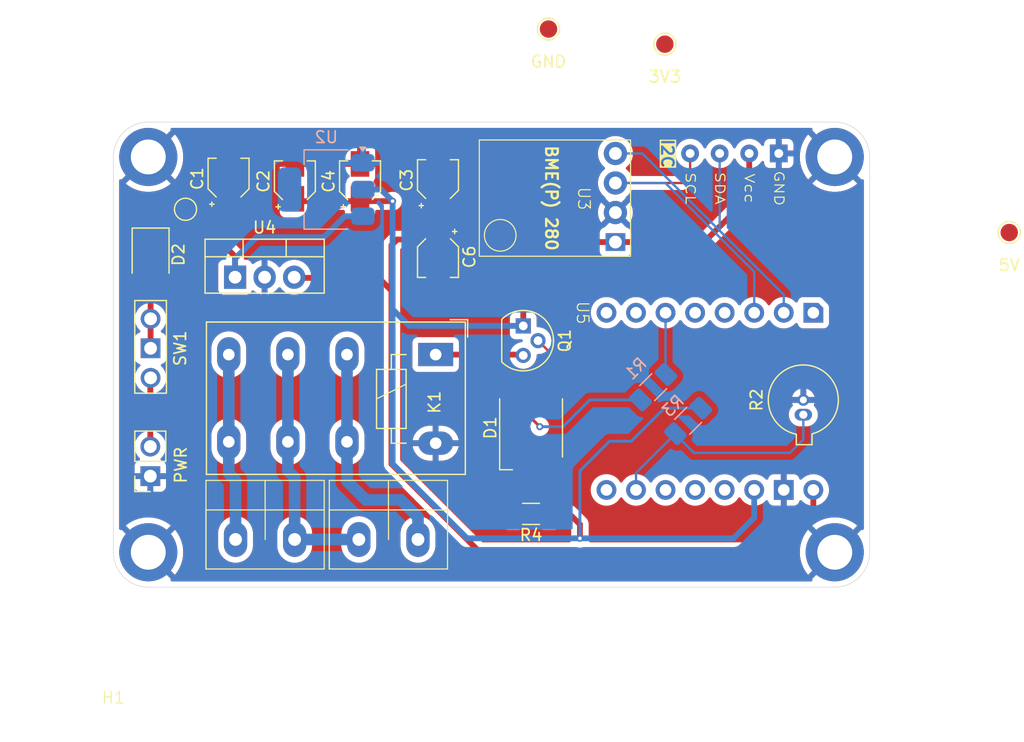
<source format=kicad_pcb>
(kicad_pcb (version 20240108) (generator "pcbnew") (generator_version "8.0")
  (layers (0 "F.Cu" signal) (31 "B.Cu" signal) (34 "B.Paste" user) (35 "F.Paste" user) (36 "B.SilkS" user "B.Silkscreen") (37 "F.SilkS" user "F.Silkscreen") (38 "B.Mask" user) (39 "F.Mask" user) (44 "Edge.Cuts" user))
  (net 0 "")
  (net 1 "GND")
  (net 2 "/SDA")
  (net 3 "/SCL")
  (net 4 "Net-(Q1-E)")
  (net 5 "/GPIO10")
  (net 6 "/ADC1")
  (net 7 "+3V3")
  (net 8 "/Power Supply/VIN")
  (net 9 "+5V")
  (net 10 "/Power Supply/VDC")
  (net 11 "/NC")
  (net 12 "/COM")
  (net 13 "/NO")
  (net 14 "Net-(J1-Pin_2)")
  (net 15 "Net-(D1-AG)")
  (net 16 "Net-(D1-AB)")
  (footprint "Capacitor_SMD:CP_Elec_3x5.3" (layer "F.Cu") (at 131.8 64.4 90)
    (property "Reference" "C4" (at 0 -2.7 90) (layer "F.SilkS"))
    (property "Value" "10uF")
    (fp_line (start 1.76 -1.76) (end 1.76 -1.06) (stroke (width 0.12)) (layer "F.SilkS"))
    (fp_line (start -0.870563 -1.76) (end 1.76 -1.76) (stroke (width 0.12)) (layer "F.SilkS"))
    (fp_line (start -2.1875 -1.6225) (end -2.1875 -1.2475) (stroke (width 0.12)) (layer "F.SilkS"))
    (fp_line (start -2.375 -1.435) (end -2 -1.435) (stroke (width 0.12)) (layer "F.SilkS"))
    (fp_line (start -1.570563 -1.06) (end -0.870563 -1.76) (stroke (width 0.12)) (layer "F.SilkS"))
    (fp_line (start -1.570563 1.06) (end -0.870563 1.76) (stroke (width 0.12)) (layer "F.SilkS"))
    (fp_line (start 1.76 1.76) (end 1.76 1.06) (stroke (width 0.12)) (layer "F.SilkS"))
    (fp_line (start -0.870563 1.76) (end 1.76 1.76) (stroke (width 0.12)) (layer "F.SilkS"))
    (pad "1" smd rect (at -1.5 0 90) (size 2.2 1.6) (layers "F.Cu" "F.Paste" "F.Mask") (net 7 "+3V3"))
    (pad "2" smd rect (at 1.5 0 90) (size 2.2 1.6) (layers "F.Cu" "F.Paste" "F.Mask") (net 1 "GND"))
  )
  (footprint "Package_TO_SOT_THT:TO-92" (layer "F.Cu") (at 145.83 76.83 -90)
    (property "Reference" "Q1" (at 1.27 -3.56 90) (layer "F.SilkS"))
    (property "Value" "NPN")
    (fp_line (start -0.53 1.85) (end 3.07 1.85) (stroke (width 0.12)) (layer "F.SilkS"))
    (fp_arc (start -0.568478 1.838478) (mid -1.132087 -0.994977) (end 1.27 -2.6) (stroke (width 0.12)) (layer "F.SilkS"))
    (fp_arc (start 1.27 -2.6) (mid 3.672087 -0.994977) (end 3.108478 1.838478) (stroke (width 0.12)) (layer "F.SilkS"))
    (pad "1" thru_hole rect (at 0 0 270) (size 1.3 1.3) (drill 0.75) (layers "*.Cu" "*.Mask") (net 7 "+3V3"))
    (pad "2" thru_hole circle (at 1.27 -1.27 270) (size 1.3 1.3) (drill 0.75) (layers "*.Cu" "*.Mask") (net 15 "Net-(D1-AG)"))
    (pad "3" thru_hole circle (at 2.54 0 270) (size 1.3 1.3) (drill 0.75) (layers "*.Cu" "*.Mask") (net 4 "Net-(Q1-E)"))
  )
  (footprint "TestPoint:TestPoint_Pad_D1.5mm" (layer "F.Cu") (at 158 52.6)
    (property "Reference" "3V3" (at 0 2.8 0) (layer "F.SilkS"))
    (property "Value" "3V3")
    (fp_circle (center 0 0) (end 0 0.95) (stroke (width 0.12)) (fill none) (layer "F.SilkS"))
    (pad "1" smd circle (at 0 0) (size 1.5 1.5) (layers "F.Cu" "F.Mask") (net 7 "+3V3"))
  )
  (footprint "Alexander Footprint Library:Conn_Terminal_5mm" (layer "F.Cu") (at 113.48 95.2 90)
    (property "Reference" "J3" (hide yes))
    (property "Value" "Conn_01x02_Socket")
    (fp_line (start 2.54 5.08) (end -2.54 5.08) (stroke (width 0.1)) (layer "F.SilkS"))
    (fp_line (start -2.54 5.08) (end 5.08 5.08) (stroke (width 0.1)) (layer "F.SilkS"))
    (fp_line (start -2.54 5.08) (end -2.54 15.24) (stroke (width 0.1)) (layer "F.SilkS"))
    (fp_line (start 0 10.17) (end 5.08 10.16) (stroke (width 0.1)) (layer "F.SilkS"))
    (fp_line (start 5.08 15.24) (end 5.08 5.08) (stroke (width 0.1)) (layer "F.SilkS"))
    (fp_line (start 2.54 15.24) (end 2.54 5.08) (stroke (width 0.1)) (layer "F.SilkS"))
    (fp_line (start -2.54 15.24) (end 5.08 15.24) (stroke (width 0.1)) (layer "F.SilkS"))
    (pad "1" thru_hole oval (at 0 7.62 180) (size 2 3) (drill 1.1) (layers "*.Cu" "*.Mask") (net 11 "/NC"))
    (pad "2" thru_hole oval (at 0 12.7 180) (size 2 3) (drill 1.1) (layers "*.Cu" "*.Mask") (net 12 "/COM"))
  )
  (footprint "Alexander Footprint Library:Conn_I2C" (layer "F.Cu") (at 175.41 62 -90)
    (property "Reference" "J4" (hide yes))
    (property "Value" "I2C")
    (fp_text user "I2C" (at 0 17.78 -90) (layer "F.SilkS" knockout) (effects (font (thickness 0.2) (bold yes)) (justify bottom)))
    (fp_text user "GND" (at 3 7.6 -90) (layer "F.SilkS") (effects (font (size 0.8 1) (thickness 0.1))))
    (fp_text user "SDA" (at 3 12.68 -90) (layer "F.SilkS") (effects (font (size 0.8 1) (thickness 0.1))))
    (fp_text user "SCL" (at 3 15.22 -90) (layer "F.SilkS") (effects (font (size 0.8 1) (thickness 0.1))))
    (fp_text user "Vcc" (at 3 10.14 -90) (layer "F.SilkS") (effects (font (size 0.8 1) (thickness 0.1))))
    (pad "GND" thru_hole rect (at 0 7.62 270) (size 1.524 1.524) (drill 0.762) (layers "*.Cu" "*.Mask") (net 1 "GND"))
    (pad "SCL" thru_hole circle (at 0 15.24 270) (size 1.524 1.524) (drill 0.762) (layers "*.Cu" "*.Mask") (net 3 "/SCL"))
    (pad "SDA" thru_hole circle (at 0 12.7 270) (size 1.524 1.524) (drill 0.762) (layers "*.Cu" "*.Mask") (net 2 "/SDA"))
    (pad "Vcc" thru_hole circle (at 0 10.16 270) (size 1.524 1.524) (drill 0.762) (layers "*.Cu" "*.Mask") (net 7 "+3V3"))
  )
  (footprint "TestPoint:TestPoint_Pad_D1.5mm" (layer "F.Cu") (at 187.6 68.8)
    (property "Reference" "5V" (at 0 2.8 0) (layer "F.SilkS"))
    (property "Value" "5V")
    (fp_circle (center 0 0) (end 0 0.95) (stroke (width 0.12)) (fill none) (layer "F.SilkS"))
    (pad "1" smd circle (at 0 0) (size 1.5 1.5) (layers "F.Cu" "F.Mask") (net 9 "+5V"))
  )
  (footprint "Alexander Footprint Library:BME280_BMP280_I2C" (layer "F.Cu") (at 155.05 70.84 180)
    (property "Reference" "U3" (at 4 4.96 -90) (layer "F.SilkS") (effects (font (thickness 0.1))))
    (property "Value" "~")
    (fp_rect (start 0 0) (end 13 10) (stroke (width 0.1)) (fill none) (layer "F.SilkS"))
    (fp_circle (center 11.2 1.8) (end 12.3 1) (stroke (width 0.1)) (fill none) (layer "F.SilkS"))
    (fp_text user "BME(P) 280" (at 6.8 5 -90) (layer "F.SilkS") (effects (font (thickness 0.2) (bold yes))))
    (pad "1" thru_hole rect (at 1.3 1.22 180) (size 1.7 1.524) (drill 1.1) (layers "*.Cu" "*.Mask") (net 7 "+3V3"))
    (pad "2" thru_hole circle (at 1.3 3.76 180) (size 2 2) (drill 1.1) (layers "*.Cu" "*.Mask") (net 1 "GND"))
    (pad "3" thru_hole circle (at 1.3 6.3 180) (size 2 2) (drill 1.1) (layers "*.Cu" "*.Mask") (net 3 "/SCL"))
    (pad "4" thru_hole circle (at 1.3 8.84 180) (size 2 2) (drill 1.1) (layers "*.Cu" "*.Mask") (net 2 "/SDA"))
  )
  (footprint "Resistor_SMD:R_1206_3216Metric_Pad1.30x1.75mm_HandSolder" (layer "F.Cu") (at 146.5 93 180)
    (property "Reference" "R4" (at 0 -1.82 0) (layer "F.SilkS"))
    (property "Value" "10K")
    (fp_line (start -0.727064 0.91) (end 0.727064 0.91) (stroke (width 0.12)) (layer "F.SilkS"))
    (fp_line (start -0.727064 -0.91) (end 0.727064 -0.91) (stroke (width 0.12)) (layer "F.SilkS"))
    (pad "1" smd roundrect (at -1.550001 0 180) (size 1.3 1.75) (layers "F.Cu" "F.Paste" "F.Mask") (roundrect_rratio 0.192308) (net 7 "+3V3"))
    (pad "2" smd roundrect (at 1.550001 0 180) (size 1.3 1.75) (layers "F.Cu" "F.Paste" "F.Mask") (roundrect_rratio 0.192308) (net 16 "Net-(D1-AB)"))
  )
  (footprint "Connector_PinSocket_2.54mm:PinSocket_1x02_P2.54mm_Vertical" (layer "F.Cu") (at 113.775 89.75 180)
    (property "Reference" "J1" (hide yes))
    (property "Value" "PWR" (at -2.625 0.95 90) (layer "F.SilkS"))
    (fp_line (start 1.33 1.27) (end 1.33 3.87) (stroke (width 0.12)) (layer "F.SilkS"))
    (fp_line (start 1.33 -1.33) (end 1.33 0) (stroke (width 0.12)) (layer "F.SilkS"))
    (fp_line (start 0 -1.33) (end 1.33 -1.33) (stroke (width 0.12)) (layer "F.SilkS"))
    (fp_line (start -1.33 3.87) (end 1.33 3.87) (stroke (width 0.12)) (layer "F.SilkS"))
    (fp_line (start -1.33 1.27) (end 1.33 1.27) (stroke (width 0.12)) (layer "F.SilkS"))
    (fp_line (start -1.33 1.27) (end -1.33 3.87) (stroke (width 0.12)) (layer "F.SilkS"))
    (pad "1" thru_hole rect (at 0 0 180) (size 1.7 1.7) (drill 1.1) (layers "*.Cu" "*.Mask") (net 1 "GND"))
    (pad "2" thru_hole circle (at 0 2.54 180) (size 1.7 1.7) (drill 1.1) (layers "*.Cu" "*.Mask") (net 14 "Net-(J1-Pin_2)"))
  )
  (footprint "Alexander Footprint Library:LED_5050-6" (layer "F.Cu") (at 146.5 85.6 90)
    (property "Reference" "D1" (at 0 -3.5 90) (layer "F.SilkS"))
    (property "Value" "LED_SMD_5050")
    (fp_line (start -3.6 -2.7) (end 2.5 -2.7) (stroke (width 0.12)) (layer "F.SilkS"))
    (fp_line (start -3.6 -1.6) (end -3.6 -2.7) (stroke (width 0.12)) (layer "F.SilkS"))
    (fp_line (start 2.5 2.7) (end -2.5 2.7) (stroke (width 0.12)) (layer "F.SilkS"))
    (pad "1" smd rect (at -2.4 -1.7 180) (size 1.1 2) (layers "F.Cu" "F.Paste" "F.Mask") (net 16 "Net-(D1-AB)"))
    (pad "2" smd rect (at -2.4 0 180) (size 1.1 2) (layers "F.Cu" "F.Paste" "F.Mask") (net 16 "Net-(D1-AB)"))
    (pad "3" smd rect (at -2.4 1.7 180) (size 1.1 2) (layers "F.Cu" "F.Paste" "F.Mask") (net 16 "Net-(D1-AB)"))
    (pad "4" smd rect (at 2.4 1.7 180) (size 1.1 2) (layers "F.Cu" "F.Paste" "F.Mask") (net 15 "Net-(D1-AG)"))
    (pad "5" smd rect (at 2.4 0 180) (size 1.1 2) (layers "F.Cu" "F.Paste" "F.Mask") (net 15 "Net-(D1-AG)"))
    (pad "6" smd rect (at 2.4 -1.7 180) (size 1.1 2) (layers "F.Cu" "F.Paste" "F.Mask") (net 15 "Net-(D1-AG)"))
  )
  (footprint "Capacitor_SMD:CP_Elec_3x5.3" (layer "F.Cu") (at 138.5 64.3 90)
    (property "Reference" "C3" (at 0 -2.7 90) (layer "F.SilkS"))
    (property "Value" "1uF")
    (fp_line (start 1.76 -1.76) (end 1.76 -1.06) (stroke (width 0.12)) (layer "F.SilkS"))
    (fp_line (start -0.870563 -1.76) (end 1.76 -1.76) (stroke (width 0.12)) (layer "F.SilkS"))
    (fp_line (start -2.1875 -1.6225) (end -2.1875 -1.2475) (stroke (width 0.12)) (layer "F.SilkS"))
    (fp_line (start -2.375 -1.435) (end -2 -1.435) (stroke (width 0.12)) (layer "F.SilkS"))
    (fp_line (start -1.570563 -1.06) (end -0.870563 -1.76) (stroke (width 0.12)) (layer "F.SilkS"))
    (fp_line (start -1.570563 1.06) (end -0.870563 1.76) (stroke (width 0.12)) (layer "F.SilkS"))
    (fp_line (start 1.76 1.76) (end 1.76 1.06) (stroke (width 0.12)) (layer "F.SilkS"))
    (fp_line (start -0.870563 1.76) (end 1.76 1.76) (stroke (width 0.12)) (layer "F.SilkS"))
    (pad "1" smd rect (at -1.5 0 90) (size 2.2 1.6) (layers "F.Cu" "F.Paste" "F.Mask") (net 9 "+5V"))
    (pad "2" smd rect (at 1.5 0 90) (size 2.2 1.6) (layers "F.Cu" "F.Paste" "F.Mask") (net 1 "GND"))
  )
  (footprint "TestPoint:TestPoint_Pad_D1.5mm" (layer "F.Cu") (at 148 51.3)
    (property "Reference" "GND" (at 0 2.8 0) (layer "F.SilkS"))
    (property "Value" "GND")
    (fp_circle (center 0 0) (end 0 0.95) (stroke (width 0.12)) (fill none) (layer "F.SilkS"))
    (pad "1" smd circle (at 0 0) (size 1.5 1.5) (layers "F.Cu" "F.Mask") (net 1 "GND"))
  )
  (footprint "Alexander Footprint Library:Board_65-40" (layer "F.Cu") (at 110.6 109.3)
    (property "Reference" "H1" (at 0 -0.5 0) (layer "F.SilkS") (effects (font (thickness 0.1))))
    (property "Value" "Project_Box_Board_65x40")
    (fp_line (start 0 -13) (end 0 -47) (stroke (width 0.05)) (layer "Edge.Cuts"))
    (fp_line (start 3 -50) (end 62 -50) (stroke (width 0.05)) (layer "Edge.Cuts"))
    (fp_line (start 62 -10) (end 3 -10) (stroke (width 0.05)) (layer "Edge.Cuts"))
    (fp_line (start 65 -47) (end 65 -13) (stroke (width 0.05)) (layer "Edge.Cuts"))
    (fp_arc (start 0 -47) (mid 0.87868 -49.12132) (end 3 -50) (stroke (width 0.05)) (layer "Edge.Cuts"))
    (fp_arc (start 3 -10) (mid 0.87868 -10.87868) (end 0 -13) (stroke (width 0.05)) (layer "Edge.Cuts"))
    (fp_arc (start 62 -50) (mid 64.12132 -49.12132) (end 65 -47) (stroke (width 0.05)) (layer "Edge.Cuts"))
    (fp_arc (start 65 -13) (mid 64.12132 -10.87868) (end 62 -10) (stroke (width 0.05)) (layer "Edge.Cuts"))
    (pad "1" thru_hole circle (at 3 -47) (size 5 5) (drill 3) (layers "*.Cu" "*.Mask") (net 1 "GND"))
    (pad "2" thru_hole circle (at 3 -13) (size 5 5) (drill 3) (layers "*.Cu" "*.Mask") (net 1 "GND"))
    (pad "3" thru_hole circle (at 62 -13) (size 5 5) (drill 3) (layers "*.Cu" "*.Mask") (net 1 "GND"))
    (pad "4" thru_hole circle (at 62 -47) (size 5 5) (drill 3) (layers "*.Cu" "*.Mask") (net 1 "GND"))
  )
  (footprint "Alexander Footprint Library:LD1117" (layer "F.Cu") (at 121.06 72.645)
    (property "Reference" "U4" (at 2.54 -4.27 0) (layer "F.SilkS"))
    (property "Value" "L7805")
    (fp_line (start -2.58 -3.27) (end -2.58 1.371) (stroke (width 0.12)) (layer "F.SilkS"))
    (fp_line (start -2.58 -3.27) (end 7.66 -3.27) (stroke (width 0.12)) (layer "F.SilkS"))
    (fp_line (start -2.58 -1.76) (end 7.66 -1.76) (stroke (width 0.12)) (layer "F.SilkS"))
    (fp_line (start -2.58 1.371) (end 7.66 1.371) (stroke (width 0.12)) (layer "F.SilkS"))
    (fp_line (start 0.69 -3.27) (end 0.69 -1.76) (stroke (width 0.12)) (layer "F.SilkS"))
    (fp_line (start 4.391 -3.27) (end 4.391 -1.76) (stroke (width 0.12)) (layer "F.SilkS"))
    (fp_line (start 7.66 -3.27) (end 7.66 1.371) (stroke (width 0.12)) (layer "F.SilkS"))
    (pad "1" thru_hole rect (at 0 0) (size 1.905 2) (drill 1.1) (layers "*.Cu" "*.Mask") (net 8 "/Power Supply/VIN"))
    (pad "2" thru_hole oval (at 2.54 0) (size 1.905 2) (drill 1.1) (layers "*.Cu" "*.Mask") (net 1 "GND"))
    (pad "3" thru_hole oval (at 5.08 0) (size 1.905 2) (drill 1.1) (layers "*.Cu" "*.Mask") (net 9 "+5V"))
  )
  (footprint "TestPoint:TestPoint_Pad_D1.5mm" (layer "F.Cu") (at 116.8 66.8)
    (property "Reference" "TP1" (hide yes))
    (property "Value" "VIN")
    (fp_circle (center 0 0) (end 0 0.95) (stroke (width 0.12)) (fill none) (layer "F.SilkS"))
    (pad "1" smd circle (at 0 0) (size 1.5 1.5) (layers "F.Cu" "F.Mask") (net 8 "/Power Supply/VIN"))
  )
  (footprint "Capacitor_SMD:CP_Elec_3x5.3" (layer "F.Cu") (at 126.2 64.4 90)
    (property "Reference" "C2" (at 0 -2.7 90) (layer "F.SilkS"))
    (property "Value" "1uF")
    (fp_line (start 1.76 -1.76) (end 1.76 -1.06) (stroke (width 0.12)) (layer "F.SilkS"))
    (fp_line (start -0.870563 -1.76) (end 1.76 -1.76) (stroke (width 0.12)) (layer "F.SilkS"))
    (fp_line (start -2.1875 -1.6225) (end -2.1875 -1.2475) (stroke (width 0.12)) (layer "F.SilkS"))
    (fp_line (start -2.375 -1.435) (end -2 -1.435) (stroke (width 0.12)) (layer "F.SilkS"))
    (fp_line (start -1.570563 -1.06) (end -0.870563 -1.76) (stroke (width 0.12)) (layer "F.SilkS"))
    (fp_line (start -1.570563 1.06) (end -0.870563 1.76) (stroke (width 0.12)) (layer "F.SilkS"))
    (fp_line (start 1.76 1.76) (end 1.76 1.06) (stroke (width 0.12)) (layer "F.SilkS"))
    (fp_line (start -0.870563 1.76) (end 1.76 1.76) (stroke (width 0.12)) (layer "F.SilkS"))
    (pad "1" smd rect (at -1.5 0 90) (size 2.2 1.6) (layers "F.Cu" "F.Paste" "F.Mask") (net 7 "+3V3"))
    (pad "2" smd rect (at 1.5 0 90) (size 2.2 1.6) (layers "F.Cu" "F.Paste" "F.Mask") (net 1 "GND"))
  )
  (footprint "Diode_SMD:D_1210_3225Metric" (layer "F.Cu") (at 113.8 70.7 -90)
    (property "Reference" "D2" (at 0 -2.4 90) (layer "F.SilkS"))
    (property "Value" "D")
    (fp_line (start -2.285 1.585) (end 1.6 1.585) (stroke (width 0.12)) (layer "F.SilkS"))
    (fp_line (start -2.285 -1.585) (end -2.285 1.585) (stroke (width 0.12)) (layer "F.SilkS"))
    (fp_line (start 1.6 -1.585) (end -2.285 -1.585) (stroke (width 0.12)) (layer "F.SilkS"))
    (pad "1" smd roundrect (at -1.4 0 270) (size 1.25 2.65) (layers "F.Cu" "F.Paste" "F.Mask") (roundrect_rratio 0.2) (net 8 "/Power Supply/VIN"))
    (pad "2" smd roundrect (at 1.4 0 270) (size 1.25 2.65) (layers "F.Cu" "F.Paste" "F.Mask") (roundrect_rratio 0.2) (net 10 "/Power Supply/VDC"))
  )
  (footprint "Alexander Footprint Library:Conn_Terminal_5mm" (layer "F.Cu") (at 124.08 95.2 90)
    (property "Reference" "J2" (hide yes))
    (property "Value" "Conn_01x02_Socket")
    (fp_line (start 2.54 5.08) (end -2.54 5.08) (stroke (width 0.1)) (layer "F.SilkS"))
    (fp_line (start -2.54 5.08) (end 5.08 5.08) (stroke (width 0.1)) (layer "F.SilkS"))
    (fp_line (start -2.54 5.08) (end -2.54 15.24) (stroke (width 0.1)) (layer "F.SilkS"))
    (fp_line (start 0 10.17) (end 5.08 10.16) (stroke (width 0.1)) (layer "F.SilkS"))
    (fp_line (start 5.08 15.24) (end 5.08 5.08) (stroke (width 0.1)) (layer "F.SilkS"))
    (fp_line (start 2.54 15.24) (end 2.54 5.08) (stroke (width 0.1)) (layer "F.SilkS"))
    (fp_line (start -2.54 15.24) (end 5.08 15.24) (stroke (width 0.1)) (layer "F.SilkS"))
    (pad "1" thru_hole oval (at 0 7.62 180) (size 2 3) (drill 1.1) (layers "*.Cu" "*.Mask") (net 12 "/COM"))
    (pad "2" thru_hole oval (at 0 12.7 180) (size 2 3) (drill 1.1) (layers "*.Cu" "*.Mask") (net 13 "/NO"))
  )
  (footprint "Alexander Footprint Library:Relay_DPDT_HK19F_HUI" (layer "F.Cu") (at 138.3 79.3 180)
    (property "Reference" "K1" (at 0.1 -4.1 90) (layer "F.SilkS"))
    (property "Value" "Relay_DPDT_HK19F_HUI")
    (fp_line (start 19.7 2.8) (end 19.7 -10.3) (stroke (width 0.12)) (layer "F.SilkS"))
    (fp_line (start 19.7 -10.3) (end -2.55 -10.3) (stroke (width 0.12)) (layer "F.SilkS"))
    (fp_line (start 5.08 -1.27) (end 5.08 -6.35) (stroke (width 0.12)) (layer "F.SilkS"))
    (fp_line (start 5.08 -6.35) (end 2.54 -6.35) (stroke (width 0.12)) (layer "F.SilkS"))
    (fp_line (start 3.81 0) (end 3.81 -1.27) (stroke (width 0.12)) (layer "F.SilkS"))
    (fp_line (start 3.81 -1.27) (end 5.08 -1.27) (stroke (width 0.12)) (layer "F.SilkS"))
    (fp_line (start 3.81 -6.35) (end 3.81 -7.62) (stroke (width 0.12)) (layer "F.SilkS"))
    (fp_line (start 3.81 -7.62) (end 2.54 -7.62) (stroke (width 0.12)) (layer "F.SilkS"))
    (fp_line (start 2.54 0) (end 3.81 0) (stroke (width 0.12)) (layer "F.SilkS"))
    (fp_line (start 2.54 -1.27) (end 3.81 -1.27) (stroke (width 0.12)) (layer "F.SilkS"))
    (fp_line (start 2.54 -2.54) (end 5.08 -3.81) (stroke (width 0.1)) (layer "F.SilkS"))
    (fp_line (start 2.54 -6.35) (end 2.54 -1.27) (stroke (width 0.12)) (layer "F.SilkS"))
    (fp_line (start -2.55 2.8) (end 19.7 2.8) (stroke (width 0.12)) (layer "F.SilkS"))
    (fp_line (start -2.55 -10.3) (end -2.55 2.8) (stroke (width 0.12)) (layer "F.SilkS"))
    (fp_line (start -2.75 3) (end -1.25 3) (stroke (width 0.12)) (layer "F.SilkS"))
    (fp_line (start -2.75 1.5) (end -2.75 3) (stroke (width 0.12)) (layer "F.SilkS"))
    (pad "11" thru_hole oval (at 12.7 0) (size 2 3) (drill 1) (layers "*.Cu" "*.Mask") (net 12 "/COM"))
    (pad "12" thru_hole oval (at 7.62 0) (size 2 3) (drill 1) (layers "*.Cu" "*.Mask") (net 13 "/NO"))
    (pad "14" thru_hole oval (at 17.78 0) (size 2 3) (drill 1) (layers "*.Cu" "*.Mask") (net 11 "/NC"))
    (pad "21" thru_hole oval (at 12.7 -7.5) (size 2 3) (drill 1) (layers "*.Cu" "*.Mask") (net 12 "/COM"))
    (pad "22" thru_hole oval (at 7.62 -7.5) (size 2 3) (drill 1) (layers "*.Cu" "*.Mask") (net 13 "/NO"))
    (pad "24" thru_hole oval (at 17.78 -7.5) (size 2 3) (drill 1) (layers "*.Cu" "*.Mask") (net 11 "/NC"))
    (pad "A1" thru_hole rect (at 0 0) (size 3 2) (drill 1) (layers "*.Cu" "*.Mask") (net 4 "Net-(Q1-E)"))
    (pad "A2" thru_hole oval (at 0 -7.62) (size 3 2) (drill 1) (layers "*.Cu" "*.Mask") (net 1 "GND"))
  )
  (footprint "Capacitor_SMD:CP_Elec_3x5.3" (layer "F.Cu") (at 138.5 70.9 -90)
    (property "Reference" "C6" (at 0 -2.7 90) (layer "F.SilkS"))
    (property "Value" "10uF")
    (fp_line (start -0.870563 1.76) (end 1.76 1.76) (stroke (width 0.12)) (layer "F.SilkS"))
    (fp_line (start 1.76 1.76) (end 1.76 1.06) (stroke (width 0.12)) (layer "F.SilkS"))
    (fp_line (start -1.570563 1.06) (end -0.870563 1.76) (stroke (width 0.12)) (layer "F.SilkS"))
    (fp_line (start -1.570563 -1.06) (end -0.870563 -1.76) (stroke (width 0.12)) (layer "F.SilkS"))
    (fp_line (start -2.375 -1.435) (end -2 -1.435) (stroke (width 0.12)) (layer "F.SilkS"))
    (fp_line (start -2.1875 -1.6225) (end -2.1875 -1.2475) (stroke (width 0.12)) (layer "F.SilkS"))
    (fp_line (start -0.870563 -1.76) (end 1.76 -1.76) (stroke (width 0.12)) (layer "F.SilkS"))
    (fp_line (start 1.76 -1.76) (end 1.76 -1.06) (stroke (width 0.12)) (layer "F.SilkS"))
    (pad "1" smd rect (at -1.5 0 270) (size 2.2 1.6) (layers "F.Cu" "F.Paste" "F.Mask") (net 9 "+5V"))
    (pad "2" smd rect (at 1.5 0 270) (size 2.2 1.6) (layers "F.Cu" "F.Paste" "F.Mask") (net 1 "GND"))
  )
  (footprint "Package_TO_SOT_THT:TO-46-2_Pin2Center" (layer "F.Cu") (at 169.9 84.47 90)
    (property "Reference" "R2" (at 1.27 -4.02 90) (layer "F.SilkS"))
    (property "Value" "R_Photo")
    (fp_line (start -1.68 -0.6) (end -2.58 -0.6) (stroke (width 0.12)) (layer "F.SilkS"))
    (fp_line (start -2.58 -0.6) (end -2.58 0.75) (stroke (width 0.12)) (layer "F.SilkS"))
    (fp_line (start -2.58 0.75) (end -1.68 0.75) (stroke (width 0.12)) (layer "F.SilkS"))
    (fp_arc (start -1.68 -0.6) (mid 4.279362 -0.078983) (end -1.644465 0.753918) (stroke (width 0.12)) (layer "F.SilkS"))
    (pad "1" thru_hole oval (at 0 0 180) (size 1.5 1) (drill 0.7) (layers "*.Cu" "*.Mask") (net 6 "/ADC1"))
    (pad "2" thru_hole oval (at 1.27 0 90) (size 1 1) (drill 0.6) (layers "*.Cu" "*.Mask") (net 1 "GND"))
  )
  (footprint "Capacitor_SMD:CP_Elec_3x5.3" (layer "F.Cu") (at 120.5 64.1726 90)
    (property "Reference" "C1" (at 0 -2.7 90) (layer "F.SilkS"))
    (property "Value" "10uF")
    (fp_line (start 1.76 -1.76) (end 1.76 -1.06) (stroke (width 0.12)) (layer "F.SilkS"))
    (fp_line (start -0.870563 -1.76) (end 1.76 -1.76) (stroke (width 0.12)) (layer "F.SilkS"))
    (fp_line (start -2.1875 -1.6225) (end -2.1875 -1.2475) (stroke (width 0.12)) (layer "F.SilkS"))
    (fp_line (start -2.375 -1.435) (end -2 -1.435) (stroke (width 0.12)) (layer "F.SilkS"))
    (fp_line (start -1.570563 -1.06) (end -0.870563 -1.76) (stroke (width 0.12)) (layer "F.SilkS"))
    (fp_line (start -1.570563 1.06) (end -0.870563 1.76) (stroke (width 0.12)) (layer "F.SilkS"))
    (fp_line (start 1.76 1.76) (end 1.76 1.06) (stroke (width 0.12)) (layer "F.SilkS"))
    (fp_line (start -0.870563 1.76) (end 1.76 1.76) (stroke (width 0.12)) (layer "F.SilkS"))
    (pad "1" smd rect (at -1.5 0 90) (size 2.2 1.6) (layers "F.Cu" "F.Paste" "F.Mask") (net 8 "/Power Supply/VIN"))
    (pad "2" smd rect (at 1.5 0 90) (size 2.2 1.6) (layers "F.Cu" "F.Paste" "F.Mask") (net 1 "GND"))
  )
  (footprint "Alexander Footprint Library:SW_Slide-03_7.3x2.5x2.5_P2.54mm" (layer "F.Cu") (at 113.8 78.76 -90)
    (property "Reference" "SW1" (at 0 -2.54 90) (layer "F.SilkS"))
    (property "Value" "SW_SPDT")
    (fp_rect (start -4.11 -1.36) (end 3.86 1.36) (stroke (width 0.12)) (fill none) (layer "F.SilkS"))
    (pad "1" thru_hole rect (at 0 0 270) (size 1.7 1.7) (drill 1.1) (layers "*.Cu" "*.Mask") (net 10 "/Power Supply/VDC"))
    (pad "2" thru_hole circle (at -2.54 0 270) (size 1.7 1.7) (drill 1.1) (layers "*.Cu" "*.Mask") (net 10 "/Power Supply/VDC"))
    (pad "3" thru_hole circle (at 2.54 0 270) (size 1.7 1.7) (drill 1.1) (layers "*.Cu" "*.Mask") (net 14 "Net-(J1-Pin_2)"))
  )
  (footprint "Alexander Footprint Library:ESP32-C3_SuperMini" (layer "F.Cu") (at 150.44 75.7 -90)
    (property "Reference" "U5" (at 0 -0.5 -90) (layer "F.SilkS") (effects (font (thickness 0.1))))
    (property "Value" "ESP32-C3 SuperMini")
    (pad "1" thru_hole roundrect (at 0 -20.32 270) (size 1.7 1.7) (drill 1) (layers "*.Cu" "*.Mask") (roundrect_rratio 0) (chamfer_ratio 0.25) (chamfer top_left))
    (pad "2" thru_hole oval (at 0 -17.78 270) (size 1.7 1.7) (drill 1) (layers "*.Cu" "*.Mask") (net 2 "/SDA"))
    (pad "3" thru_hole oval (at 0 -15.24 270) (size 1.7 1.7) (drill 1) (layers "*.Cu" "*.Mask") (net 3 "/SCL"))
    (pad "4" thru_hole oval (at 0 -12.7 270) (size 1.7 1.7) (drill 1) (layers "*.Cu" "*.Mask"))
    (pad "5" thru_hole oval (at 0 -10.16 270) (size 1.7 1.7) (drill 1) (layers "*.Cu" "*.Mask"))
    (pad "6" thru_hole oval (at 0 -7.62 270) (size 1.7 1.7) (drill 1) (layers "*.Cu" "*.Mask") (net 5 "/GPIO10"))
    (pad "7" thru_hole oval (at 0 -5.08 270) (size 1.7 1.7) (drill 1) (layers "*.Cu" "*.Mask"))
    (pad "8" thru_hole oval (at 0 -2.54 270) (size 1.7 1.7) (drill 1) (layers "*.Cu" "*.Mask"))
    (pad "9" thru_hole oval (at 15.24 -2.54 270) (size 1.7 1.7) (drill 1) (layers "*.Cu" "*.Mask"))
    (pad "10" thru_hole oval (at 15.24 -5.08 270) (size 1.7 1.7) (drill 1) (layers "*.Cu" "*.Mask") (net 6 "/ADC1"))
    (pad "11" thru_hole oval (at 15.24 -7.62 270) (size 1.7 1.7) (drill 1) (layers "*.Cu" "*.Mask"))
    (pad "12" thru_hole oval (at 15.24 -10.16 270) (size 1.7 1.7) (drill 1) (layers "*.Cu" "*.Mask"))
    (pad "13" thru_hole oval (at 15.24 -12.7 270) (size 1.7 1.7) (drill 1) (layers "*.Cu" "*.Mask"))
    (pad "14" thru_hole oval (at 15.24 -15.24 270) (size 1.7 1.7) (drill 1) (layers "*.Cu" "*.Mask") (net 7 "+3V3"))
    (pad "15" thru_hole rect (at 15.24 -17.78 270) (size 1.7 1.7) (drill 1) (layers "*.Cu" "*.Mask") (net 1 "GND"))
    (pad "16" thru_hole oval (at 15.24 -20.32 270) (size 1.7 1.7) (drill 1) (layers "*.Cu" "*.Mask") (net 9 "+5V"))
  )
  (footprint "Resistor_SMD:R_1206_3216Metric_Pad1.30x1.75mm_HandSolder" (layer "B.Cu") (at 157 82.1 45)
    (property "Reference" "R1" (at 0.070711 -2.192031 45) (layer "B.SilkS") (effects (justify mirror)))
    (property "Value" "10K")
    (fp_line (start 0.727064 -0.91) (end -0.727064 -0.91) (stroke (width 0.12)) (layer "B.SilkS"))
    (fp_line (start 0.727064 0.91) (end -0.727064 0.91) (stroke (width 0.12)) (layer "B.SilkS"))
    (pad "1" smd roundrect (at -1.550001 0 45) (size 1.3 1.75) (layers "B.Cu" "B.Paste" "B.Mask") (roundrect_rratio 0.192308) (net 15 "Net-(D1-AG)"))
    (pad "2" smd roundrect (at 1.550001 0 45) (size 1.3 1.75) (layers "B.Cu" "B.Paste" "B.Mask") (roundrect_rratio 0.192308) (net 5 "/GPIO10"))
  )
  (footprint "Alexander Footprint Library:AMS1117 SOT-223" (layer "B.Cu") (at 128.9 65.1 180)
    (property "Reference" "U2" (at 0 4.5 0) (layer "B.SilkS") (effects (justify mirror)))
    (property "Value" "AMS1117-3V3")
    (fp_line (start 1.91 3.41) (end -1.85 3.41) (stroke (width 0.12)) (layer "B.SilkS"))
    (fp_line (start 1.91 2.15) (end 1.91 3.41) (stroke (width 0.12)) (layer "B.SilkS"))
    (fp_line (start 1.91 -2.15) (end 1.91 -3.41) (stroke (width 0.12)) (layer "B.SilkS"))
    (fp_line (start 1.91 -3.41) (end -1.85 -3.41) (stroke (width 0.12)) (layer "B.SilkS"))
    (fp_poly (pts (xy -3.13 3.31) (xy -3.37 3.64) (xy -2.89 3.64) (xy -3.13 3.31)) (stroke (width 0.12)) (fill solid) (layer "B.SilkS"))
    (pad "1" smd roundrect (at -3.15 2.3 180) (size 2 1.5) (layers "B.Cu" "B.Paste" "B.Mask") (net 1 "GND"))
    (pad "2" smd roundrect (at -3.15 0 180) (size 2 1.5) (layers "B.Cu" "B.Paste" "B.Mask") (net 7 "+3V3"))
    (pad "3" smd roundrect (at -3.15 -2.3 180) (size 2 1.5) (layers "B.Cu" "B.Paste" "B.Mask") (net 8 "/Power Supply/VIN"))
    (pad "4" smd roundrect (at 3.15 0 180) (size 2 3.8) (layers "B.Cu" "B.Paste" "B.Mask"))
  )
  (footprint "Resistor_SMD:R_1206_3216Metric_Pad1.30x1.75mm_HandSolder" (layer "B.Cu") (at 160 85 -135)
    (property "Reference" "R3" (at 0 1.82 45) (layer "B.SilkS") (effects (justify mirror)))
    (property "Value" "R")
    (fp_line (start 0.727064 0.91) (end -0.727064 0.91) (stroke (width 0.12)) (layer "B.SilkS"))
    (fp_line (start 0.727064 -0.91) (end -0.727064 -0.91) (stroke (width 0.12)) (layer "B.SilkS"))
    (pad "1" smd roundrect (at -1.550001 0 225) (size 1.3 1.75) (layers "B.Cu" "B.Paste" "B.Mask") (roundrect_rratio 0.192308) (net 7 "+3V3"))
    (pad "2" smd roundrect (at 1.550001 0 225) (size 1.3 1.75) (layers "B.Cu" "B.Paste" "B.Mask") (roundrect_rratio 0.192308) (net 6 "/ADC1"))
  )
  (segment (start 168.22 74.154314) (end 168.22 75.7) (width 0.2) (layer "B.Cu") (net 2))
  (segment (start 162.71 62) (end 162.71 68.644314) (width 0.2) (layer "B.Cu") (net 2))
  (segment (start 153.75 62) (end 156.065686 62) (width 0.2) (layer "B.Cu") (net 2))
  (segment (start 156.065686 62) (end 162.71 68.644314) (width 0.2) (layer "B.Cu") (net 2))
  (segment (start 162.71 68.644314) (end 168.22 74.154314) (width 0.2) (layer "B.Cu") (net 2))
  (segment (start 153.75 64.54) (end 159.46 64.54) (width 0.2) (layer "F.Cu") (net 3))
  (segment (start 159.46 64.54) (end 160.17 63.83) (width 0.2) (layer "F.Cu") (net 3))
  (segment (start 160.17 63.83) (end 160.17 62) (width 0.2) (layer "F.Cu") (net 3))
  (segment (start 160.17 66.67) (end 165.68 72.18) (width 0.2) (layer "B.Cu") (net 3))
  (segment (start 158.04 64.54) (end 160.17 66.67) (width 0.2) (layer "B.Cu") (net 3))
  (segment (start 165.68 72.18) (end 165.68 75.7) (width 0.2) (layer "B.Cu") (net 3))
  (segment (start 153.75 64.54) (end 158.04 64.54) (width 0.2) (layer "B.Cu") (net 3))
  (segment (start 145.76 79.3) (end 145.83 79.37) (width 0.2) (layer "F.Cu") (net 4))
  (segment (start 138.3 79.3) (end 145.76 79.3) (width 0.5) (layer "F.Cu") (net 4))
  (segment (start 158.06 80.967968) (end 158.096016 81.003984) (width 0.2) (layer "B.Cu") (net 5))
  (segment (start 158.06 75.7) (end 158.06 80.967968) (width 0.2) (layer "B.Cu") (net 5))
  (segment (start 160.5 87.75) (end 158.903984 86.153984) (width 0.2) (layer "B.Cu") (net 6))
  (segment (start 155.52 90.94) (end 155.52 89.48) (width 0.2) (layer "B.Cu") (net 6))
  (segment (start 169.9 86.6) (end 168.75 87.75) (width 0.2) (layer "B.Cu") (net 6))
  (segment (start 155.52 89.48) (end 158.903984 86.096016) (width 0.2) (layer "B.Cu") (net 6))
  (segment (start 168.75 87.75) (end 160.5 87.75) (width 0.2) (layer "B.Cu") (net 6))
  (segment (start 158.903984 86.153984) (end 158.903984 86.096016) (width 0.2) (layer "B.Cu") (net 6))
  (segment (start 169.9 84.47) (end 169.9 86.6) (width 0.2) (layer "B.Cu") (net 6))
  (segment (start 148.050001 93) (end 149.8 93) (width 0.5) (layer "F.Cu") (net 7))
  (segment (start 145.86 76.8) (end 145.83 76.83) (width 0.2) (layer "F.Cu") (net 7))
  (segment (start 153.75 69.62) (end 161.38 69.62) (width 0.5) (layer "F.Cu") (net 7))
  (segment (start 161.38 69.62) (end 165.25 65.75) (width 0.5) (layer "F.Cu") (net 7))
  (segment (start 153.75 69.62) (end 148.38 69.62) (width 0.5) (layer "F.Cu") (net 7))
  (segment (start 148.38 69.62) (end 145.83 72.17) (width 0.5) (layer "F.Cu") (net 7))
  (segment (start 165.25 65.75) (end 165.25 62) (width 0.5) (layer "F.Cu") (net 7))
  (segment (start 150.7 93.9) (end 150.7 95.1) (width 0.5) (layer "F.Cu") (net 7))
  (segment (start 149.8 93) (end 150.7 93.9) (width 0.5) (layer "F.Cu") (net 7))
  (segment (start 145.83 72.17) (end 145.83 76.83) (width 0.5) (layer "F.Cu") (net 7))
  (segment (start 134.6 66.1) (end 126.2 66.1) (width 0.5) (layer "F.Cu") (net 7))
  (via (at 150.7 95.1) (size 0.6) (drill 0.3) (layers "F.Cu" "B.Cu") (net 7))
  (via (at 134.6 66.1) (size 0.6) (drill 0.3) (layers "F.Cu" "B.Cu") (net 7))
  (segment (start 141 95.1) (end 150.7 95.1) (width 0.5) (layer "B.Cu") (net 7))
  (segment (start 136.03 76.83) (end 145.83 76.83) (width 0.5) (layer "B.Cu") (net 7))
  (segment (start 161.096016 83.903984) (end 157.956677 83.903984) (width 0.25) (layer "B.Cu") (net 7))
  (segment (start 150.7 89.3) (end 150.7 95.1) (width 0.25) (layer "B.Cu") (net 7))
  (segment (start 165.68 93.32) (end 165.68 90.94) (width 0.5) (layer "B.Cu") (net 7))
  (segment (start 134.6 74.8) (end 134.6 88.7) (width 0.5) (layer "B.Cu") (net 7))
  (segment (start 163.9 95.1) (end 165.68 93.32) (width 0.5) (layer "B.Cu") (net 7))
  (segment (start 150.7 95.1) (end 163.9 95.1) (width 0.5) (layer "B.Cu") (net 7))
  (segment (start 133.6 65.1) (end 132.05 65.1) (width 0.5) (layer "B.Cu") (net 7))
  (segment (start 134.6 74.8) (end 134.6 75.4) (width 0.5) (layer "B.Cu") (net 7))
  (segment (start 153.25 86.75) (end 150.7 89.3) (width 0.25) (layer "B.Cu") (net 7))
  (segment (start 134.6 66.1) (end 133.6 65.1) (width 0.5) (layer "B.Cu") (net 7))
  (segment (start 134.6 88.7) (end 141 95.1) (width 0.5) (layer "B.Cu") (net 7))
  (segment (start 155.110661 86.75) (end 153.25 86.75) (width 0.25) (layer "B.Cu") (net 7))
  (segment (start 157.956677 83.903984) (end 155.110661 86.75) (width 0.25) (layer "B.Cu") (net 7))
  (segment (start 134.6 75.4) (end 136.03 76.83) (width 0.5) (layer "B.Cu") (net 7))
  (segment (start 134.6 66.1) (end 134.6 74.8) (width 0.5) (layer "B.Cu") (net 7))
  (segment (start 121.06 70.86) (end 121.06 72.645) (width 0.5) (layer "F.Cu") (net 8))
  (segment (start 119.5 69.3) (end 120.5 68.3) (width 0.5) (layer "F.Cu") (net 8))
  (segment (start 119.5 69.3) (end 121.06 70.86) (width 0.5) (layer "F.Cu") (net 8))
  (segment (start 113.8 69.3) (end 119.5 69.3) (width 0.5) (layer "F.Cu") (net 8))
  (segment (start 114.4 66.8) (end 113.8 67.4) (width 0.2) (layer "F.Cu") (net 8))
  (segment (start 120.5 68.3) (end 120.5 65.6726) (width 0.5) (layer "F.Cu") (net 8))
  (segment (start 116.8 66.8) (end 114.4 66.8) (width 0.2) (layer "F.Cu") (net 8))
  (segment (start 113.8 67.4) (end 113.8 69.3) (width 0.2) (layer "F.Cu") (net 8))
  (segment (start 122.9 69.2) (end 128.7 69.2) (width 0.5) (layer "B.Cu") (net 8))
  (segment (start 121.06 72.645) (end 121.06 71.04) (width 0.5) (layer "B.Cu") (net 8))
  (segment (start 130.5 67.4) (end 132.05 67.4) (width 0.5) (layer "B.Cu") (net 8))
  (segment (start 128.7 69.2) (end 130.5 67.4) (width 0.5) (layer "B.Cu") (net 8))
  (segment (start 121.06 71.04) (end 122.9 69.2) (width 0.5) (layer "B.Cu") (net 8))
  (segment (start 167.1 96.2) (end 142 96.2) (width 0.5) (layer "F.Cu") (net 9))
  (segment (start 138.5 69.4) (end 135 69.4) (width 0.5) (layer "F.Cu") (net 9))
  (segment (start 133.4 72.7) (end 126.195 72.7) (width 0.5) (layer "F.Cu") (net 9))
  (segment (start 134.5 88.7) (end 134.5 73.8) (width 0.5) (layer "F.Cu") (net 9))
  (segment (start 138.5 69.4) (end 138.5 65.8) (width 0.5) (layer "F.Cu") (net 9))
  (segment (start 142 96.2) (end 134.5 88.7) (width 0.5) (layer "F.Cu") (net 9))
  (segment (start 134.5 69.9) (end 134.5 73.8) (width 0.5) (layer "F.Cu") (net 9))
  (segment (start 134.5 73.8) (end 133.4 72.7) (width 0.5) (layer "F.Cu") (net 9))
  (segment (start 170.76 92.54) (end 167.1 96.2) (width 0.5) (layer "F.Cu") (net 9))
  (segment (start 126.195 72.7) (end 126.14 72.645) (width 0.5) (layer "F.Cu") (net 9))
  (segment (start 135 69.4) (end 134.5 69.9) (width 0.5) (layer "F.Cu") (net 9))
  (segment (start 170.76 90.94) (end 170.76 92.54) (width 0.5) (layer "F.Cu") (net 9))
  (segment (start 113.8 76.22) (end 113.8 72.1) (width 0.5) (layer "F.Cu") (net 10))
  (segment (start 113.8 78.76) (end 113.8 76.22) (width 0.5) (layer "F.Cu") (net 10))
  (segment (start 120.52 79.3) (end 120.52 86.8) (width 1) (layer "B.Cu") (net 11))
  (segment (start 120.52 89.52) (end 121.1 90.1) (width 1) (layer "B.Cu") (net 11))
  (segment (start 120.52 86.8) (end 120.52 89.52) (width 1) (layer "B.Cu") (net 11))
  (segment (start 121.1 90.1) (end 121.1 95.2) (width 1) (layer "B.Cu") (net 11))
  (segment (start 125.6 86.8) (end 125.6 79.3) (width 1) (layer "B.Cu") (net 12))
  (segment (start 126.18 95.2) (end 131.7 95.2) (width 1) (layer "B.Cu") (net 12))
  (segment (start 126.18 89.88) (end 126.18 95.2) (width 1) (layer "B.Cu") (net 12))
  (segment (start 125.6 86.8) (end 125.6 89.3) (width 1) (layer "B.Cu") (net 12))
  (segment (start 125.6 89.3) (end 126.18 89.88) (width 1) (layer "B.Cu") (net 12))
  (segment (start 135.3 91.8) (end 136.78 93.28) (width 1) (layer "B.Cu") (net 13))
  (segment (start 130.68 86.8) (end 130.68 79.3) (width 1) (layer "B.Cu") (net 13))
  (segment (start 132.3 91.8) (end 135.3 91.8) (width 1) (layer "B.Cu") (net 13))
  (segment (start 130.68 86.8) (end 130.68 90.18) (width 1) (layer "B.Cu") (net 13))
  (segment (start 130.68 90.18) (end 132.3 91.8) (width 1) (layer "B.Cu") (net 13))
  (segment (start 136.78 93.28) (end 136.78 95.2) (width 1) (layer "B.Cu") (net 13))
  (segment (start 113.775 81.325) (end 113.8 81.3) (width 0.2) (layer "F.Cu") (net 14))
  (segment (start 113.775 87.21) (end 113.775 81.325) (width 0.5) (layer "F.Cu") (net 14))
  (segment (start 148.3 79.3) (end 148.3 83.2) (width 0.2) (layer "F.Cu") (net 15))
  (segment (start 146.5 84.75) (end 146.5 83.2) (width 0.25) (layer "F.Cu") (net 15))
  (segment (start 148.3 83.2) (end 146.6 83.2) (width 0.2) (layer "F.Cu") (net 15))
  (segment (start 147.1 78.1) (end 148.3 79.3) (width 0.2) (layer "F.Cu") (net 15))
  (segment (start 146.6 83.2) (end 144.9 83.2) (width 0.2) (layer "F.Cu") (net 15))
  (segment (start 147.25 85.5) (end 146.5 84.75) (width 0.25) (layer "F.Cu") (net 15))
  (via (at 147.25 85.5) (size 0.6) (drill 0.3) (layers "F.Cu" "B.Cu") (net 15))
  (segment (start 151.553984 83.196016) (end 155.903984 83.196016) (width 0.25) (layer "B.Cu") (net 15))
  (segment (start 147.25 85.5) (end 149.25 85.5) (width 0.25) (layer "B.Cu") (net 15))
  (segment (start 149.25 85.5) (end 151.553984 83.196016) (width 0.25) (layer "B.Cu") (net 15))
  (segment (start 144.949999 91.550001) (end 146.5 90) (width 0.2) (layer "F.Cu") (net 16))
  (segment (start 146.5 90) (end 146.5 88) (width 0.2) (layer "F.Cu") (net 16))
  (segment (start 144.949999 93) (end 144.949999 91.550001) (width 0.2) (layer "F.Cu") (net 16))
  (segment (start 144.8 88) (end 148.2 88) (width 0.2) (layer "F.Cu") (net 16))
  (zone (net 1) (net_name "GND") (layer "F.Cu") (priority 1) (connect_pads (clearance 0.5)) (min_thickness 0.25) (fill yes (thermal_gap 0.5) (thermal_bridge_width 0.5))
    (polygon (pts (xy 110.5 59.25) (xy 175.75 59.25) (xy 175.75 99.25) (xy 110.5 99.25)))
  )
  (zone (net 1) (net_name "GND") (layer "B.Cu") (connect_pads (clearance 0.5)) (min_thickness 0.25) (fill yes (thermal_gap 0.5) (thermal_bridge_width 0.5))
    (polygon (pts (xy 110.7 59.2) (xy 175.7 59.2) (xy 175.7 99.2) (xy 110.7 99.3)))
  )
)
</source>
